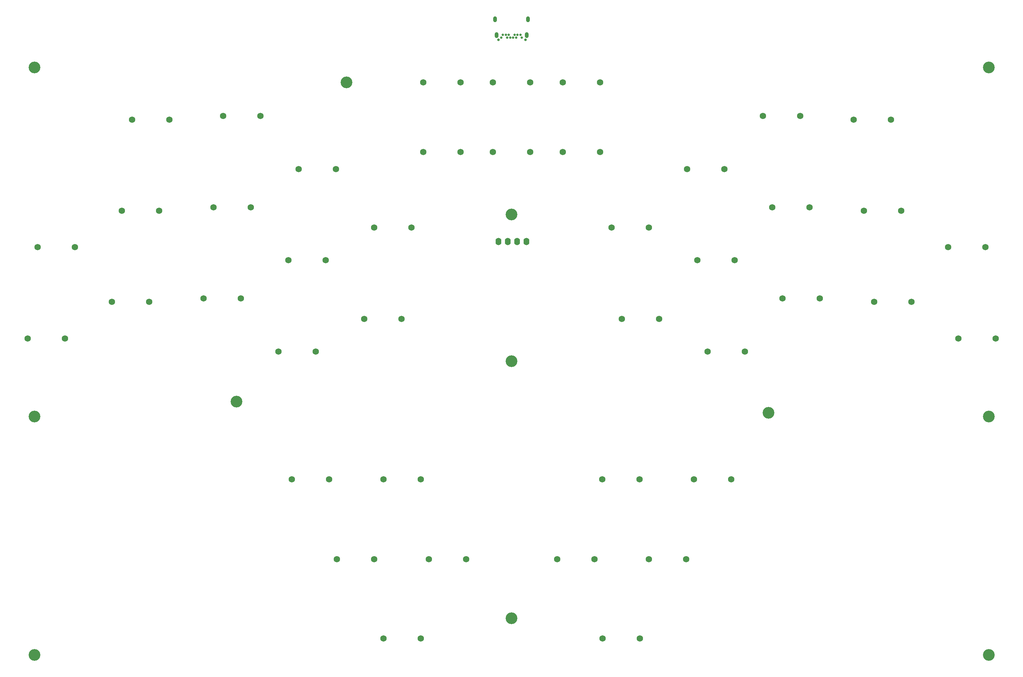
<source format=gbr>
%TF.GenerationSoftware,KiCad,Pcbnew,(7.0.0)*%
%TF.CreationDate,2024-07-28T23:05:56-04:00*%
%TF.ProjectId,ZBox3-0,5a426f78-332d-4302-9e6b-696361645f70,rev?*%
%TF.SameCoordinates,Original*%
%TF.FileFunction,Soldermask,Top*%
%TF.FilePolarity,Negative*%
%FSLAX46Y46*%
G04 Gerber Fmt 4.6, Leading zero omitted, Abs format (unit mm)*
G04 Created by KiCad (PCBNEW (7.0.0)) date 2024-07-28 23:05:56*
%MOMM*%
%LPD*%
G01*
G04 APERTURE LIST*
%ADD10C,1.750000*%
%ADD11C,3.200000*%
%ADD12O,1.600000X2.000000*%
%ADD13C,0.700000*%
%ADD14C,0.650000*%
%ADD15O,1.000000X1.600000*%
G04 APERTURE END LIST*
D10*
%TO.C,KH12*%
X152574000Y-103586000D03*
X162734000Y-103586000D03*
%TD*%
D11*
%TO.C,H4*%
X190000000Y-100000000D03*
%TD*%
D10*
%TO.C,KH40*%
X165879000Y-82948000D03*
X176039000Y-82948000D03*
%TD*%
%TO.C,KH39*%
X203962000Y-64054000D03*
X214122000Y-64054000D03*
%TD*%
%TO.C,KH32*%
X283213000Y-74145000D03*
X293373000Y-74145000D03*
%TD*%
D11*
%TO.C,H3*%
X60000000Y-220000000D03*
%TD*%
%TO.C,H8*%
X320000000Y-60000000D03*
%TD*%
%TO.C,H1*%
X60000000Y-60000000D03*
%TD*%
D10*
%TO.C,KH11*%
X131978000Y-87645000D03*
X142138000Y-87645000D03*
%TD*%
%TO.C,KH27*%
X311688000Y-133761000D03*
X321848000Y-133761000D03*
%TD*%
%TO.C,KH17*%
X167403000Y-193915000D03*
X177563000Y-193915000D03*
%TD*%
%TO.C,KH7*%
X106045000Y-122893000D03*
X116205000Y-122893000D03*
%TD*%
%TO.C,KH19*%
X202402000Y-193915000D03*
X212562000Y-193915000D03*
%TD*%
D11*
%TO.C,H6*%
X320000000Y-220000000D03*
%TD*%
D10*
%TO.C,KH10*%
X111370000Y-73200000D03*
X121530000Y-73200000D03*
%TD*%
%TO.C,KH25*%
X263760000Y-122893000D03*
X273920000Y-122893000D03*
%TD*%
%TO.C,KH26*%
X288742000Y-123838000D03*
X298902000Y-123838000D03*
%TD*%
%TO.C,KH3*%
X108810000Y-98047000D03*
X118970000Y-98047000D03*
%TD*%
D11*
%TO.C,H11*%
X260000000Y-154000000D03*
%TD*%
%TO.C,H5*%
X190000000Y-210000000D03*
%TD*%
D10*
%TO.C,KH18*%
X155064000Y-215471000D03*
X165224000Y-215471000D03*
%TD*%
%TO.C,KH38*%
X184920000Y-64054000D03*
X195080000Y-64054000D03*
%TD*%
%TO.C,KH14*%
X130108000Y-172147000D03*
X140268000Y-172147000D03*
%TD*%
%TO.C,KH6*%
X81062000Y-123838000D03*
X91222000Y-123838000D03*
%TD*%
%TO.C,KH30*%
X285977000Y-98991000D03*
X296137000Y-98991000D03*
%TD*%
D11*
%TO.C,H10*%
X190000000Y-140000000D03*
%TD*%
D10*
%TO.C,KH24*%
X243356000Y-137339000D03*
X253516000Y-137339000D03*
%TD*%
D11*
%TO.C,H9*%
X115000000Y-151000000D03*
%TD*%
D10*
%TO.C,KH42*%
X203962000Y-82948000D03*
X214122000Y-82948000D03*
%TD*%
%TO.C,KH31*%
X308923000Y-108914000D03*
X319083000Y-108914000D03*
%TD*%
%TO.C,KH2*%
X83827000Y-98991000D03*
X93987000Y-98991000D03*
%TD*%
%TO.C,KH9*%
X86591000Y-74145000D03*
X96751000Y-74145000D03*
%TD*%
%TO.C,KH29*%
X260995000Y-98047000D03*
X271155000Y-98047000D03*
%TD*%
%TO.C,KH8*%
X126449000Y-137339000D03*
X136609000Y-137339000D03*
%TD*%
%TO.C,KH4*%
X129214000Y-112492000D03*
X139374000Y-112492000D03*
%TD*%
%TO.C,KH23*%
X239697000Y-172147000D03*
X249857000Y-172147000D03*
%TD*%
D12*
%TO.C,U1*%
X186379999Y-107399999D03*
X188919999Y-107399999D03*
X191459999Y-107399999D03*
X193999999Y-107399999D03*
%TD*%
D10*
%TO.C,KH22*%
X214697000Y-172147000D03*
X224857000Y-172147000D03*
%TD*%
%TO.C,KH33*%
X258434000Y-73200000D03*
X268594000Y-73200000D03*
%TD*%
%TO.C,KH13*%
X149809000Y-128433000D03*
X159969000Y-128433000D03*
%TD*%
%TO.C,KH36*%
X219996000Y-128433000D03*
X230156000Y-128433000D03*
%TD*%
%TO.C,KH37*%
X165879000Y-64054000D03*
X176039000Y-64054000D03*
%TD*%
D11*
%TO.C,H2*%
X60000000Y-155000000D03*
%TD*%
%TO.C,H7*%
X320000000Y-155000000D03*
%TD*%
D10*
%TO.C,KH35*%
X217231000Y-103586000D03*
X227391000Y-103586000D03*
%TD*%
%TO.C,KH5*%
X58116000Y-133761000D03*
X68276000Y-133761000D03*
%TD*%
%TO.C,KH21*%
X227402000Y-193915000D03*
X237562000Y-193915000D03*
%TD*%
%TO.C,KH1*%
X60881000Y-108914000D03*
X71041000Y-108914000D03*
%TD*%
D11*
%TO.C,H12*%
X145000000Y-64000000D03*
%TD*%
D10*
%TO.C,KH34*%
X237827000Y-87645000D03*
X247987000Y-87645000D03*
%TD*%
%TO.C,KH20*%
X214740000Y-215471000D03*
X224900000Y-215471000D03*
%TD*%
%TO.C,KH15*%
X155108000Y-172147000D03*
X165268000Y-172147000D03*
%TD*%
%TO.C,KH16*%
X142403000Y-193915000D03*
X152563000Y-193915000D03*
%TD*%
%TO.C,KH28*%
X240591000Y-112492000D03*
X250751000Y-112492000D03*
%TD*%
%TO.C,KH41*%
X184920000Y-82948000D03*
X195080000Y-82948000D03*
%TD*%
D13*
%TO.C,J5*%
X186400000Y-52440000D03*
X193750000Y-52440000D03*
D14*
X192800000Y-51790000D03*
X192400000Y-51090000D03*
X191600000Y-51090000D03*
X191200000Y-51790000D03*
X190800000Y-51090000D03*
X190400000Y-51790000D03*
X189600000Y-51790000D03*
X189200000Y-51090000D03*
X188800000Y-51790000D03*
X188400000Y-51090000D03*
X187600000Y-51090000D03*
X187200000Y-51790000D03*
D15*
X185509999Y-46799999D03*
X185869999Y-51189999D03*
X194129999Y-51189999D03*
X194489999Y-46799999D03*
%TD*%
M02*

</source>
